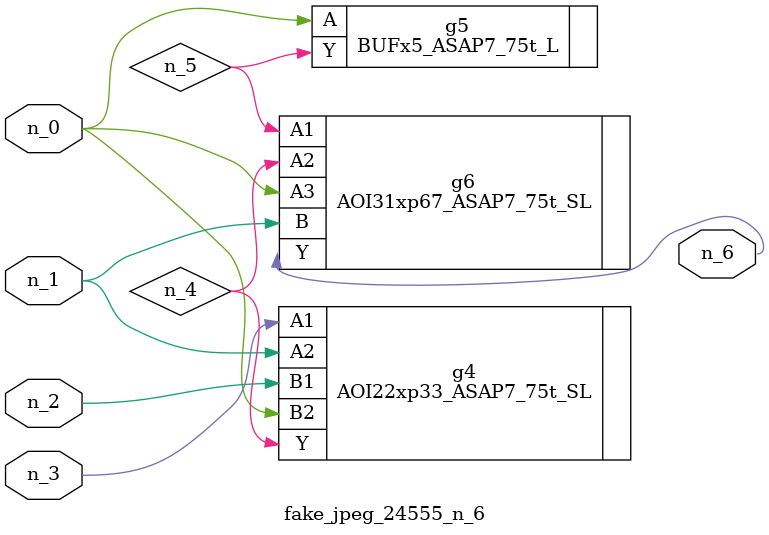
<source format=v>
module fake_jpeg_24555_n_6 (n_0, n_3, n_2, n_1, n_6);

input n_0;
input n_3;
input n_2;
input n_1;

output n_6;

wire n_4;
wire n_5;

AOI22xp33_ASAP7_75t_SL g4 ( 
.A1(n_3),
.A2(n_1),
.B1(n_2),
.B2(n_0),
.Y(n_4)
);

BUFx5_ASAP7_75t_L g5 ( 
.A(n_0),
.Y(n_5)
);

AOI31xp67_ASAP7_75t_SL g6 ( 
.A1(n_5),
.A2(n_4),
.A3(n_0),
.B(n_1),
.Y(n_6)
);


endmodule
</source>
